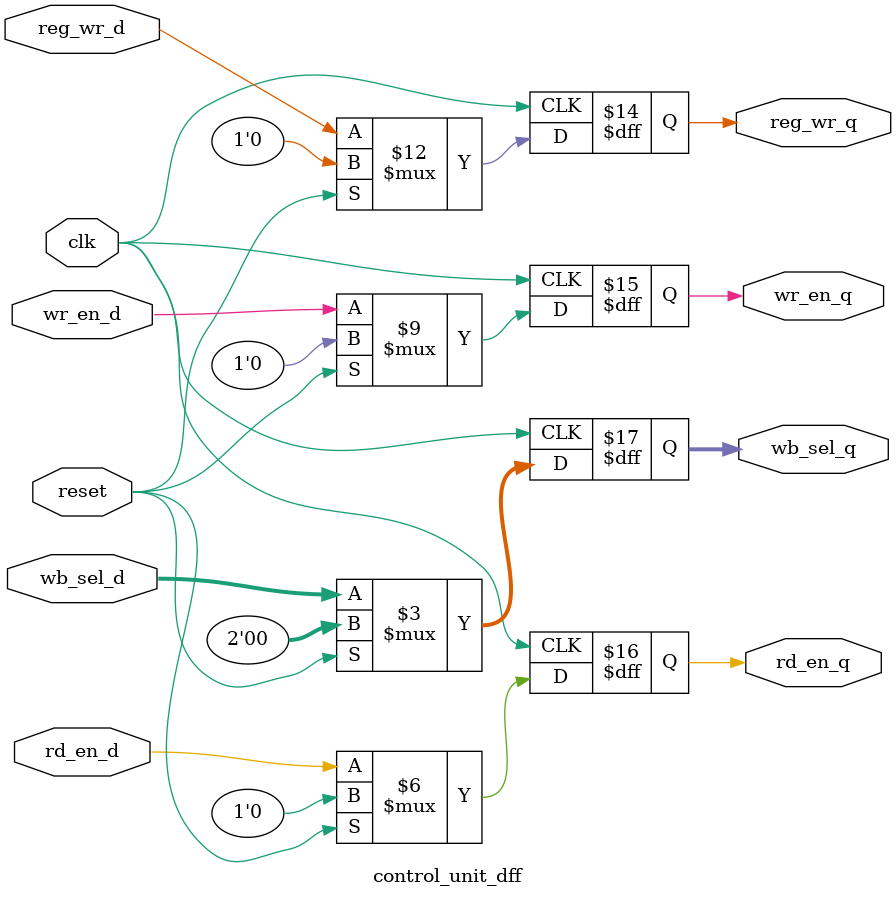
<source format=sv>
module control_unit_dff(
	input logic clk, reset,
	input logic reg_wr_d, wr_en_d, rd_en_d,
	input logic [1:0] wb_sel_d,
	output logic reg_wr_q, wr_en_q, rd_en_q,
	output logic [1:0] wb_sel_q
);

always_ff @ (posedge clk)
begin
	if (reset) begin
		reg_wr_q <= 1'b0;
		wr_en_q <= 1'b0;
		rd_en_q <= 1'b0;
		wb_sel_q <= 2'b0;
	end
	else begin
		reg_wr_q <= reg_wr_d;
		wr_en_q <= wr_en_d;
		rd_en_q <= rd_en_d;
		wb_sel_q <= wb_sel_d;
	end
end
endmodule
</source>
